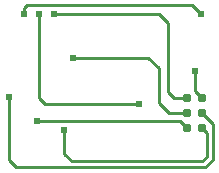
<source format=gbr>
G04 start of page 3 for group 1 idx 1 *
G04 Title: (unknown), bottom *
G04 Creator: pcb 4.0.2 *
G04 CreationDate: Mon Jan 25 18:06:35 2021 UTC *
G04 For: ndholmes *
G04 Format: Gerber/RS-274X *
G04 PCB-Dimensions (mil): 950.00 1050.00 *
G04 PCB-Coordinate-Origin: lower left *
%MOIN*%
%FSLAX25Y25*%
%LNBOTTOM*%
%ADD21C,0.0390*%
%ADD20C,0.0120*%
%ADD19C,0.0240*%
%ADD18C,0.0310*%
%ADD17C,0.0100*%
G54D17*X23500Y46043D02*X70957D01*
X24000Y53500D02*X26000Y51500D01*
X57500D01*
X64000Y52000D02*X67500Y48500D01*
X78500Y32500D02*X35000D01*
X79500Y30500D02*X16500D01*
X14000Y33000D01*
Y54000D01*
X67500Y48500D02*X73500D01*
X19000Y81500D02*Y83500D01*
X20000Y84500D01*
X24000Y81500D02*Y53500D01*
X32500Y43000D02*Y35000D01*
X35000Y32500D01*
X82000Y33000D02*X79500Y30500D01*
X80000Y34000D02*X78500Y32500D01*
X80000Y34000D02*Y42000D01*
X82000Y33000D02*Y45000D01*
X80000Y42000D02*X78500Y43500D01*
X82000Y45000D02*X78500Y48500D01*
X70957Y46043D02*X73500Y43500D01*
X75000Y84500D02*X78000Y81500D01*
X67000Y55500D02*X69000Y53500D01*
X73500D01*
X76000Y56000D02*Y62500D01*
X78500Y53500D02*X76000Y56000D01*
X20000Y84500D02*X75000D01*
X29000Y81500D02*X64000D01*
X35500Y67000D02*X60500D01*
X64000Y81500D02*X67000Y78500D01*
Y55500D01*
X60500Y67000D02*X64000Y63500D01*
Y52000D01*
G54D18*X73500Y43500D03*
X78500D03*
X73500Y48500D03*
X78500D03*
X73500Y53500D03*
X78500D03*
G54D19*X78000Y81500D03*
X19000D03*
X24000D03*
X29000D03*
X23500Y46000D03*
X32500Y43000D03*
X14000Y54000D03*
X35500Y67000D03*
X76000Y62500D03*
X57500Y51500D03*
G54D20*G54D21*M02*

</source>
